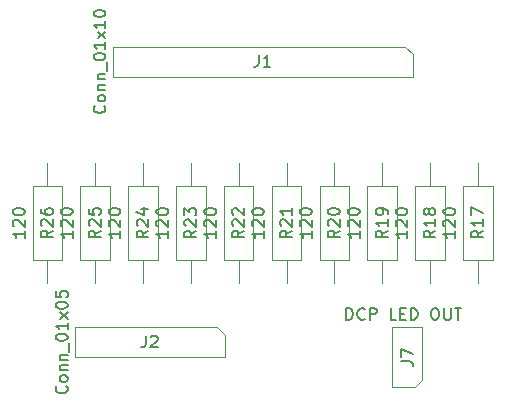
<source format=gbr>
%TF.GenerationSoftware,KiCad,Pcbnew,8.0.3*%
%TF.CreationDate,2024-07-19T22:27:02-04:00*%
%TF.ProjectId,DCPPowerBoard,44435050-6f77-4657-9242-6f6172642e6b,rev?*%
%TF.SameCoordinates,Original*%
%TF.FileFunction,AssemblyDrawing,Top*%
%FSLAX46Y46*%
G04 Gerber Fmt 4.6, Leading zero omitted, Abs format (unit mm)*
G04 Created by KiCad (PCBNEW 8.0.3) date 2024-07-19 22:27:02*
%MOMM*%
%LPD*%
G01*
G04 APERTURE LIST*
%ADD10C,0.150000*%
%ADD11C,0.100000*%
G04 APERTURE END LIST*
D10*
X104954819Y-59836666D02*
X104954819Y-60408094D01*
X104954819Y-60122380D02*
X103954819Y-60122380D01*
X103954819Y-60122380D02*
X104097676Y-60217618D01*
X104097676Y-60217618D02*
X104192914Y-60312856D01*
X104192914Y-60312856D02*
X104240533Y-60408094D01*
X104050057Y-59455713D02*
X104002438Y-59408094D01*
X104002438Y-59408094D02*
X103954819Y-59312856D01*
X103954819Y-59312856D02*
X103954819Y-59074761D01*
X103954819Y-59074761D02*
X104002438Y-58979523D01*
X104002438Y-58979523D02*
X104050057Y-58931904D01*
X104050057Y-58931904D02*
X104145295Y-58884285D01*
X104145295Y-58884285D02*
X104240533Y-58884285D01*
X104240533Y-58884285D02*
X104383390Y-58931904D01*
X104383390Y-58931904D02*
X104954819Y-59503332D01*
X104954819Y-59503332D02*
X104954819Y-58884285D01*
X103954819Y-58265237D02*
X103954819Y-58169999D01*
X103954819Y-58169999D02*
X104002438Y-58074761D01*
X104002438Y-58074761D02*
X104050057Y-58027142D01*
X104050057Y-58027142D02*
X104145295Y-57979523D01*
X104145295Y-57979523D02*
X104335771Y-57931904D01*
X104335771Y-57931904D02*
X104573866Y-57931904D01*
X104573866Y-57931904D02*
X104764342Y-57979523D01*
X104764342Y-57979523D02*
X104859580Y-58027142D01*
X104859580Y-58027142D02*
X104907200Y-58074761D01*
X104907200Y-58074761D02*
X104954819Y-58169999D01*
X104954819Y-58169999D02*
X104954819Y-58265237D01*
X104954819Y-58265237D02*
X104907200Y-58360475D01*
X104907200Y-58360475D02*
X104859580Y-58408094D01*
X104859580Y-58408094D02*
X104764342Y-58455713D01*
X104764342Y-58455713D02*
X104573866Y-58503332D01*
X104573866Y-58503332D02*
X104335771Y-58503332D01*
X104335771Y-58503332D02*
X104145295Y-58455713D01*
X104145295Y-58455713D02*
X104050057Y-58408094D01*
X104050057Y-58408094D02*
X104002438Y-58360475D01*
X104002438Y-58360475D02*
X103954819Y-58265237D01*
X107324819Y-59812857D02*
X106848628Y-60146190D01*
X107324819Y-60384285D02*
X106324819Y-60384285D01*
X106324819Y-60384285D02*
X106324819Y-60003333D01*
X106324819Y-60003333D02*
X106372438Y-59908095D01*
X106372438Y-59908095D02*
X106420057Y-59860476D01*
X106420057Y-59860476D02*
X106515295Y-59812857D01*
X106515295Y-59812857D02*
X106658152Y-59812857D01*
X106658152Y-59812857D02*
X106753390Y-59860476D01*
X106753390Y-59860476D02*
X106801009Y-59908095D01*
X106801009Y-59908095D02*
X106848628Y-60003333D01*
X106848628Y-60003333D02*
X106848628Y-60384285D01*
X107324819Y-58860476D02*
X107324819Y-59431904D01*
X107324819Y-59146190D02*
X106324819Y-59146190D01*
X106324819Y-59146190D02*
X106467676Y-59241428D01*
X106467676Y-59241428D02*
X106562914Y-59336666D01*
X106562914Y-59336666D02*
X106610533Y-59431904D01*
X106753390Y-58289047D02*
X106705771Y-58384285D01*
X106705771Y-58384285D02*
X106658152Y-58431904D01*
X106658152Y-58431904D02*
X106562914Y-58479523D01*
X106562914Y-58479523D02*
X106515295Y-58479523D01*
X106515295Y-58479523D02*
X106420057Y-58431904D01*
X106420057Y-58431904D02*
X106372438Y-58384285D01*
X106372438Y-58384285D02*
X106324819Y-58289047D01*
X106324819Y-58289047D02*
X106324819Y-58098571D01*
X106324819Y-58098571D02*
X106372438Y-58003333D01*
X106372438Y-58003333D02*
X106420057Y-57955714D01*
X106420057Y-57955714D02*
X106515295Y-57908095D01*
X106515295Y-57908095D02*
X106562914Y-57908095D01*
X106562914Y-57908095D02*
X106658152Y-57955714D01*
X106658152Y-57955714D02*
X106705771Y-58003333D01*
X106705771Y-58003333D02*
X106753390Y-58098571D01*
X106753390Y-58098571D02*
X106753390Y-58289047D01*
X106753390Y-58289047D02*
X106801009Y-58384285D01*
X106801009Y-58384285D02*
X106848628Y-58431904D01*
X106848628Y-58431904D02*
X106943866Y-58479523D01*
X106943866Y-58479523D02*
X107134342Y-58479523D01*
X107134342Y-58479523D02*
X107229580Y-58431904D01*
X107229580Y-58431904D02*
X107277200Y-58384285D01*
X107277200Y-58384285D02*
X107324819Y-58289047D01*
X107324819Y-58289047D02*
X107324819Y-58098571D01*
X107324819Y-58098571D02*
X107277200Y-58003333D01*
X107277200Y-58003333D02*
X107229580Y-57955714D01*
X107229580Y-57955714D02*
X107134342Y-57908095D01*
X107134342Y-57908095D02*
X106943866Y-57908095D01*
X106943866Y-57908095D02*
X106848628Y-57955714D01*
X106848628Y-57955714D02*
X106801009Y-58003333D01*
X106801009Y-58003333D02*
X106753390Y-58098571D01*
X96854819Y-59836666D02*
X96854819Y-60408094D01*
X96854819Y-60122380D02*
X95854819Y-60122380D01*
X95854819Y-60122380D02*
X95997676Y-60217618D01*
X95997676Y-60217618D02*
X96092914Y-60312856D01*
X96092914Y-60312856D02*
X96140533Y-60408094D01*
X95950057Y-59455713D02*
X95902438Y-59408094D01*
X95902438Y-59408094D02*
X95854819Y-59312856D01*
X95854819Y-59312856D02*
X95854819Y-59074761D01*
X95854819Y-59074761D02*
X95902438Y-58979523D01*
X95902438Y-58979523D02*
X95950057Y-58931904D01*
X95950057Y-58931904D02*
X96045295Y-58884285D01*
X96045295Y-58884285D02*
X96140533Y-58884285D01*
X96140533Y-58884285D02*
X96283390Y-58931904D01*
X96283390Y-58931904D02*
X96854819Y-59503332D01*
X96854819Y-59503332D02*
X96854819Y-58884285D01*
X95854819Y-58265237D02*
X95854819Y-58169999D01*
X95854819Y-58169999D02*
X95902438Y-58074761D01*
X95902438Y-58074761D02*
X95950057Y-58027142D01*
X95950057Y-58027142D02*
X96045295Y-57979523D01*
X96045295Y-57979523D02*
X96235771Y-57931904D01*
X96235771Y-57931904D02*
X96473866Y-57931904D01*
X96473866Y-57931904D02*
X96664342Y-57979523D01*
X96664342Y-57979523D02*
X96759580Y-58027142D01*
X96759580Y-58027142D02*
X96807200Y-58074761D01*
X96807200Y-58074761D02*
X96854819Y-58169999D01*
X96854819Y-58169999D02*
X96854819Y-58265237D01*
X96854819Y-58265237D02*
X96807200Y-58360475D01*
X96807200Y-58360475D02*
X96759580Y-58408094D01*
X96759580Y-58408094D02*
X96664342Y-58455713D01*
X96664342Y-58455713D02*
X96473866Y-58503332D01*
X96473866Y-58503332D02*
X96235771Y-58503332D01*
X96235771Y-58503332D02*
X96045295Y-58455713D01*
X96045295Y-58455713D02*
X95950057Y-58408094D01*
X95950057Y-58408094D02*
X95902438Y-58360475D01*
X95902438Y-58360475D02*
X95854819Y-58265237D01*
X99224819Y-59812857D02*
X98748628Y-60146190D01*
X99224819Y-60384285D02*
X98224819Y-60384285D01*
X98224819Y-60384285D02*
X98224819Y-60003333D01*
X98224819Y-60003333D02*
X98272438Y-59908095D01*
X98272438Y-59908095D02*
X98320057Y-59860476D01*
X98320057Y-59860476D02*
X98415295Y-59812857D01*
X98415295Y-59812857D02*
X98558152Y-59812857D01*
X98558152Y-59812857D02*
X98653390Y-59860476D01*
X98653390Y-59860476D02*
X98701009Y-59908095D01*
X98701009Y-59908095D02*
X98748628Y-60003333D01*
X98748628Y-60003333D02*
X98748628Y-60384285D01*
X98320057Y-59431904D02*
X98272438Y-59384285D01*
X98272438Y-59384285D02*
X98224819Y-59289047D01*
X98224819Y-59289047D02*
X98224819Y-59050952D01*
X98224819Y-59050952D02*
X98272438Y-58955714D01*
X98272438Y-58955714D02*
X98320057Y-58908095D01*
X98320057Y-58908095D02*
X98415295Y-58860476D01*
X98415295Y-58860476D02*
X98510533Y-58860476D01*
X98510533Y-58860476D02*
X98653390Y-58908095D01*
X98653390Y-58908095D02*
X99224819Y-59479523D01*
X99224819Y-59479523D02*
X99224819Y-58860476D01*
X98224819Y-58241428D02*
X98224819Y-58146190D01*
X98224819Y-58146190D02*
X98272438Y-58050952D01*
X98272438Y-58050952D02*
X98320057Y-58003333D01*
X98320057Y-58003333D02*
X98415295Y-57955714D01*
X98415295Y-57955714D02*
X98605771Y-57908095D01*
X98605771Y-57908095D02*
X98843866Y-57908095D01*
X98843866Y-57908095D02*
X99034342Y-57955714D01*
X99034342Y-57955714D02*
X99129580Y-58003333D01*
X99129580Y-58003333D02*
X99177200Y-58050952D01*
X99177200Y-58050952D02*
X99224819Y-58146190D01*
X99224819Y-58146190D02*
X99224819Y-58241428D01*
X99224819Y-58241428D02*
X99177200Y-58336666D01*
X99177200Y-58336666D02*
X99129580Y-58384285D01*
X99129580Y-58384285D02*
X99034342Y-58431904D01*
X99034342Y-58431904D02*
X98843866Y-58479523D01*
X98843866Y-58479523D02*
X98605771Y-58479523D01*
X98605771Y-58479523D02*
X98415295Y-58431904D01*
X98415295Y-58431904D02*
X98320057Y-58384285D01*
X98320057Y-58384285D02*
X98272438Y-58336666D01*
X98272438Y-58336666D02*
X98224819Y-58241428D01*
X99771862Y-67384819D02*
X99771862Y-66384819D01*
X99771862Y-66384819D02*
X100009957Y-66384819D01*
X100009957Y-66384819D02*
X100152814Y-66432438D01*
X100152814Y-66432438D02*
X100248052Y-66527676D01*
X100248052Y-66527676D02*
X100295671Y-66622914D01*
X100295671Y-66622914D02*
X100343290Y-66813390D01*
X100343290Y-66813390D02*
X100343290Y-66956247D01*
X100343290Y-66956247D02*
X100295671Y-67146723D01*
X100295671Y-67146723D02*
X100248052Y-67241961D01*
X100248052Y-67241961D02*
X100152814Y-67337200D01*
X100152814Y-67337200D02*
X100009957Y-67384819D01*
X100009957Y-67384819D02*
X99771862Y-67384819D01*
X101343290Y-67289580D02*
X101295671Y-67337200D01*
X101295671Y-67337200D02*
X101152814Y-67384819D01*
X101152814Y-67384819D02*
X101057576Y-67384819D01*
X101057576Y-67384819D02*
X100914719Y-67337200D01*
X100914719Y-67337200D02*
X100819481Y-67241961D01*
X100819481Y-67241961D02*
X100771862Y-67146723D01*
X100771862Y-67146723D02*
X100724243Y-66956247D01*
X100724243Y-66956247D02*
X100724243Y-66813390D01*
X100724243Y-66813390D02*
X100771862Y-66622914D01*
X100771862Y-66622914D02*
X100819481Y-66527676D01*
X100819481Y-66527676D02*
X100914719Y-66432438D01*
X100914719Y-66432438D02*
X101057576Y-66384819D01*
X101057576Y-66384819D02*
X101152814Y-66384819D01*
X101152814Y-66384819D02*
X101295671Y-66432438D01*
X101295671Y-66432438D02*
X101343290Y-66480057D01*
X101771862Y-67384819D02*
X101771862Y-66384819D01*
X101771862Y-66384819D02*
X102152814Y-66384819D01*
X102152814Y-66384819D02*
X102248052Y-66432438D01*
X102248052Y-66432438D02*
X102295671Y-66480057D01*
X102295671Y-66480057D02*
X102343290Y-66575295D01*
X102343290Y-66575295D02*
X102343290Y-66718152D01*
X102343290Y-66718152D02*
X102295671Y-66813390D01*
X102295671Y-66813390D02*
X102248052Y-66861009D01*
X102248052Y-66861009D02*
X102152814Y-66908628D01*
X102152814Y-66908628D02*
X101771862Y-66908628D01*
X104009957Y-67384819D02*
X103533767Y-67384819D01*
X103533767Y-67384819D02*
X103533767Y-66384819D01*
X104343291Y-66861009D02*
X104676624Y-66861009D01*
X104819481Y-67384819D02*
X104343291Y-67384819D01*
X104343291Y-67384819D02*
X104343291Y-66384819D01*
X104343291Y-66384819D02*
X104819481Y-66384819D01*
X105248053Y-67384819D02*
X105248053Y-66384819D01*
X105248053Y-66384819D02*
X105486148Y-66384819D01*
X105486148Y-66384819D02*
X105629005Y-66432438D01*
X105629005Y-66432438D02*
X105724243Y-66527676D01*
X105724243Y-66527676D02*
X105771862Y-66622914D01*
X105771862Y-66622914D02*
X105819481Y-66813390D01*
X105819481Y-66813390D02*
X105819481Y-66956247D01*
X105819481Y-66956247D02*
X105771862Y-67146723D01*
X105771862Y-67146723D02*
X105724243Y-67241961D01*
X105724243Y-67241961D02*
X105629005Y-67337200D01*
X105629005Y-67337200D02*
X105486148Y-67384819D01*
X105486148Y-67384819D02*
X105248053Y-67384819D01*
X107200434Y-66384819D02*
X107390910Y-66384819D01*
X107390910Y-66384819D02*
X107486148Y-66432438D01*
X107486148Y-66432438D02*
X107581386Y-66527676D01*
X107581386Y-66527676D02*
X107629005Y-66718152D01*
X107629005Y-66718152D02*
X107629005Y-67051485D01*
X107629005Y-67051485D02*
X107581386Y-67241961D01*
X107581386Y-67241961D02*
X107486148Y-67337200D01*
X107486148Y-67337200D02*
X107390910Y-67384819D01*
X107390910Y-67384819D02*
X107200434Y-67384819D01*
X107200434Y-67384819D02*
X107105196Y-67337200D01*
X107105196Y-67337200D02*
X107009958Y-67241961D01*
X107009958Y-67241961D02*
X106962339Y-67051485D01*
X106962339Y-67051485D02*
X106962339Y-66718152D01*
X106962339Y-66718152D02*
X107009958Y-66527676D01*
X107009958Y-66527676D02*
X107105196Y-66432438D01*
X107105196Y-66432438D02*
X107200434Y-66384819D01*
X108057577Y-66384819D02*
X108057577Y-67194342D01*
X108057577Y-67194342D02*
X108105196Y-67289580D01*
X108105196Y-67289580D02*
X108152815Y-67337200D01*
X108152815Y-67337200D02*
X108248053Y-67384819D01*
X108248053Y-67384819D02*
X108438529Y-67384819D01*
X108438529Y-67384819D02*
X108533767Y-67337200D01*
X108533767Y-67337200D02*
X108581386Y-67289580D01*
X108581386Y-67289580D02*
X108629005Y-67194342D01*
X108629005Y-67194342D02*
X108629005Y-66384819D01*
X108962339Y-66384819D02*
X109533767Y-66384819D01*
X109248053Y-67384819D02*
X109248053Y-66384819D01*
X104417158Y-70863333D02*
X105131443Y-70863333D01*
X105131443Y-70863333D02*
X105274300Y-70910952D01*
X105274300Y-70910952D02*
X105369539Y-71006190D01*
X105369539Y-71006190D02*
X105417158Y-71149047D01*
X105417158Y-71149047D02*
X105417158Y-71244285D01*
X104417158Y-70482380D02*
X104417158Y-69815714D01*
X104417158Y-69815714D02*
X105417158Y-70244285D01*
X76081919Y-72988095D02*
X76129539Y-73035714D01*
X76129539Y-73035714D02*
X76177158Y-73178571D01*
X76177158Y-73178571D02*
X76177158Y-73273809D01*
X76177158Y-73273809D02*
X76129539Y-73416666D01*
X76129539Y-73416666D02*
X76034300Y-73511904D01*
X76034300Y-73511904D02*
X75939062Y-73559523D01*
X75939062Y-73559523D02*
X75748586Y-73607142D01*
X75748586Y-73607142D02*
X75605729Y-73607142D01*
X75605729Y-73607142D02*
X75415253Y-73559523D01*
X75415253Y-73559523D02*
X75320015Y-73511904D01*
X75320015Y-73511904D02*
X75224777Y-73416666D01*
X75224777Y-73416666D02*
X75177158Y-73273809D01*
X75177158Y-73273809D02*
X75177158Y-73178571D01*
X75177158Y-73178571D02*
X75224777Y-73035714D01*
X75224777Y-73035714D02*
X75272396Y-72988095D01*
X76177158Y-72416666D02*
X76129539Y-72511904D01*
X76129539Y-72511904D02*
X76081919Y-72559523D01*
X76081919Y-72559523D02*
X75986681Y-72607142D01*
X75986681Y-72607142D02*
X75700967Y-72607142D01*
X75700967Y-72607142D02*
X75605729Y-72559523D01*
X75605729Y-72559523D02*
X75558110Y-72511904D01*
X75558110Y-72511904D02*
X75510491Y-72416666D01*
X75510491Y-72416666D02*
X75510491Y-72273809D01*
X75510491Y-72273809D02*
X75558110Y-72178571D01*
X75558110Y-72178571D02*
X75605729Y-72130952D01*
X75605729Y-72130952D02*
X75700967Y-72083333D01*
X75700967Y-72083333D02*
X75986681Y-72083333D01*
X75986681Y-72083333D02*
X76081919Y-72130952D01*
X76081919Y-72130952D02*
X76129539Y-72178571D01*
X76129539Y-72178571D02*
X76177158Y-72273809D01*
X76177158Y-72273809D02*
X76177158Y-72416666D01*
X75510491Y-71654761D02*
X76177158Y-71654761D01*
X75605729Y-71654761D02*
X75558110Y-71607142D01*
X75558110Y-71607142D02*
X75510491Y-71511904D01*
X75510491Y-71511904D02*
X75510491Y-71369047D01*
X75510491Y-71369047D02*
X75558110Y-71273809D01*
X75558110Y-71273809D02*
X75653348Y-71226190D01*
X75653348Y-71226190D02*
X76177158Y-71226190D01*
X75510491Y-70749999D02*
X76177158Y-70749999D01*
X75605729Y-70749999D02*
X75558110Y-70702380D01*
X75558110Y-70702380D02*
X75510491Y-70607142D01*
X75510491Y-70607142D02*
X75510491Y-70464285D01*
X75510491Y-70464285D02*
X75558110Y-70369047D01*
X75558110Y-70369047D02*
X75653348Y-70321428D01*
X75653348Y-70321428D02*
X76177158Y-70321428D01*
X76272396Y-70083333D02*
X76272396Y-69321428D01*
X75177158Y-68892856D02*
X75177158Y-68797618D01*
X75177158Y-68797618D02*
X75224777Y-68702380D01*
X75224777Y-68702380D02*
X75272396Y-68654761D01*
X75272396Y-68654761D02*
X75367634Y-68607142D01*
X75367634Y-68607142D02*
X75558110Y-68559523D01*
X75558110Y-68559523D02*
X75796205Y-68559523D01*
X75796205Y-68559523D02*
X75986681Y-68607142D01*
X75986681Y-68607142D02*
X76081919Y-68654761D01*
X76081919Y-68654761D02*
X76129539Y-68702380D01*
X76129539Y-68702380D02*
X76177158Y-68797618D01*
X76177158Y-68797618D02*
X76177158Y-68892856D01*
X76177158Y-68892856D02*
X76129539Y-68988094D01*
X76129539Y-68988094D02*
X76081919Y-69035713D01*
X76081919Y-69035713D02*
X75986681Y-69083332D01*
X75986681Y-69083332D02*
X75796205Y-69130951D01*
X75796205Y-69130951D02*
X75558110Y-69130951D01*
X75558110Y-69130951D02*
X75367634Y-69083332D01*
X75367634Y-69083332D02*
X75272396Y-69035713D01*
X75272396Y-69035713D02*
X75224777Y-68988094D01*
X75224777Y-68988094D02*
X75177158Y-68892856D01*
X76177158Y-67607142D02*
X76177158Y-68178570D01*
X76177158Y-67892856D02*
X75177158Y-67892856D01*
X75177158Y-67892856D02*
X75320015Y-67988094D01*
X75320015Y-67988094D02*
X75415253Y-68083332D01*
X75415253Y-68083332D02*
X75462872Y-68178570D01*
X76177158Y-67273808D02*
X75510491Y-66749999D01*
X75510491Y-67273808D02*
X76177158Y-66749999D01*
X75177158Y-66178570D02*
X75177158Y-66083332D01*
X75177158Y-66083332D02*
X75224777Y-65988094D01*
X75224777Y-65988094D02*
X75272396Y-65940475D01*
X75272396Y-65940475D02*
X75367634Y-65892856D01*
X75367634Y-65892856D02*
X75558110Y-65845237D01*
X75558110Y-65845237D02*
X75796205Y-65845237D01*
X75796205Y-65845237D02*
X75986681Y-65892856D01*
X75986681Y-65892856D02*
X76081919Y-65940475D01*
X76081919Y-65940475D02*
X76129539Y-65988094D01*
X76129539Y-65988094D02*
X76177158Y-66083332D01*
X76177158Y-66083332D02*
X76177158Y-66178570D01*
X76177158Y-66178570D02*
X76129539Y-66273808D01*
X76129539Y-66273808D02*
X76081919Y-66321427D01*
X76081919Y-66321427D02*
X75986681Y-66369046D01*
X75986681Y-66369046D02*
X75796205Y-66416665D01*
X75796205Y-66416665D02*
X75558110Y-66416665D01*
X75558110Y-66416665D02*
X75367634Y-66369046D01*
X75367634Y-66369046D02*
X75272396Y-66321427D01*
X75272396Y-66321427D02*
X75224777Y-66273808D01*
X75224777Y-66273808D02*
X75177158Y-66178570D01*
X75177158Y-64940475D02*
X75177158Y-65416665D01*
X75177158Y-65416665D02*
X75653348Y-65464284D01*
X75653348Y-65464284D02*
X75605729Y-65416665D01*
X75605729Y-65416665D02*
X75558110Y-65321427D01*
X75558110Y-65321427D02*
X75558110Y-65083332D01*
X75558110Y-65083332D02*
X75605729Y-64988094D01*
X75605729Y-64988094D02*
X75653348Y-64940475D01*
X75653348Y-64940475D02*
X75748586Y-64892856D01*
X75748586Y-64892856D02*
X75986681Y-64892856D01*
X75986681Y-64892856D02*
X76081919Y-64940475D01*
X76081919Y-64940475D02*
X76129539Y-64988094D01*
X76129539Y-64988094D02*
X76177158Y-65083332D01*
X76177158Y-65083332D02*
X76177158Y-65321427D01*
X76177158Y-65321427D02*
X76129539Y-65416665D01*
X76129539Y-65416665D02*
X76081919Y-65464284D01*
X82799005Y-68704819D02*
X82799005Y-69419104D01*
X82799005Y-69419104D02*
X82751386Y-69561961D01*
X82751386Y-69561961D02*
X82656148Y-69657200D01*
X82656148Y-69657200D02*
X82513291Y-69704819D01*
X82513291Y-69704819D02*
X82418053Y-69704819D01*
X83227577Y-68800057D02*
X83275196Y-68752438D01*
X83275196Y-68752438D02*
X83370434Y-68704819D01*
X83370434Y-68704819D02*
X83608529Y-68704819D01*
X83608529Y-68704819D02*
X83703767Y-68752438D01*
X83703767Y-68752438D02*
X83751386Y-68800057D01*
X83751386Y-68800057D02*
X83799005Y-68895295D01*
X83799005Y-68895295D02*
X83799005Y-68990533D01*
X83799005Y-68990533D02*
X83751386Y-69133390D01*
X83751386Y-69133390D02*
X83179958Y-69704819D01*
X83179958Y-69704819D02*
X83799005Y-69704819D01*
X79289580Y-49238095D02*
X79337200Y-49285714D01*
X79337200Y-49285714D02*
X79384819Y-49428571D01*
X79384819Y-49428571D02*
X79384819Y-49523809D01*
X79384819Y-49523809D02*
X79337200Y-49666666D01*
X79337200Y-49666666D02*
X79241961Y-49761904D01*
X79241961Y-49761904D02*
X79146723Y-49809523D01*
X79146723Y-49809523D02*
X78956247Y-49857142D01*
X78956247Y-49857142D02*
X78813390Y-49857142D01*
X78813390Y-49857142D02*
X78622914Y-49809523D01*
X78622914Y-49809523D02*
X78527676Y-49761904D01*
X78527676Y-49761904D02*
X78432438Y-49666666D01*
X78432438Y-49666666D02*
X78384819Y-49523809D01*
X78384819Y-49523809D02*
X78384819Y-49428571D01*
X78384819Y-49428571D02*
X78432438Y-49285714D01*
X78432438Y-49285714D02*
X78480057Y-49238095D01*
X79384819Y-48666666D02*
X79337200Y-48761904D01*
X79337200Y-48761904D02*
X79289580Y-48809523D01*
X79289580Y-48809523D02*
X79194342Y-48857142D01*
X79194342Y-48857142D02*
X78908628Y-48857142D01*
X78908628Y-48857142D02*
X78813390Y-48809523D01*
X78813390Y-48809523D02*
X78765771Y-48761904D01*
X78765771Y-48761904D02*
X78718152Y-48666666D01*
X78718152Y-48666666D02*
X78718152Y-48523809D01*
X78718152Y-48523809D02*
X78765771Y-48428571D01*
X78765771Y-48428571D02*
X78813390Y-48380952D01*
X78813390Y-48380952D02*
X78908628Y-48333333D01*
X78908628Y-48333333D02*
X79194342Y-48333333D01*
X79194342Y-48333333D02*
X79289580Y-48380952D01*
X79289580Y-48380952D02*
X79337200Y-48428571D01*
X79337200Y-48428571D02*
X79384819Y-48523809D01*
X79384819Y-48523809D02*
X79384819Y-48666666D01*
X78718152Y-47904761D02*
X79384819Y-47904761D01*
X78813390Y-47904761D02*
X78765771Y-47857142D01*
X78765771Y-47857142D02*
X78718152Y-47761904D01*
X78718152Y-47761904D02*
X78718152Y-47619047D01*
X78718152Y-47619047D02*
X78765771Y-47523809D01*
X78765771Y-47523809D02*
X78861009Y-47476190D01*
X78861009Y-47476190D02*
X79384819Y-47476190D01*
X78718152Y-46999999D02*
X79384819Y-46999999D01*
X78813390Y-46999999D02*
X78765771Y-46952380D01*
X78765771Y-46952380D02*
X78718152Y-46857142D01*
X78718152Y-46857142D02*
X78718152Y-46714285D01*
X78718152Y-46714285D02*
X78765771Y-46619047D01*
X78765771Y-46619047D02*
X78861009Y-46571428D01*
X78861009Y-46571428D02*
X79384819Y-46571428D01*
X79480057Y-46333333D02*
X79480057Y-45571428D01*
X78384819Y-45142856D02*
X78384819Y-45047618D01*
X78384819Y-45047618D02*
X78432438Y-44952380D01*
X78432438Y-44952380D02*
X78480057Y-44904761D01*
X78480057Y-44904761D02*
X78575295Y-44857142D01*
X78575295Y-44857142D02*
X78765771Y-44809523D01*
X78765771Y-44809523D02*
X79003866Y-44809523D01*
X79003866Y-44809523D02*
X79194342Y-44857142D01*
X79194342Y-44857142D02*
X79289580Y-44904761D01*
X79289580Y-44904761D02*
X79337200Y-44952380D01*
X79337200Y-44952380D02*
X79384819Y-45047618D01*
X79384819Y-45047618D02*
X79384819Y-45142856D01*
X79384819Y-45142856D02*
X79337200Y-45238094D01*
X79337200Y-45238094D02*
X79289580Y-45285713D01*
X79289580Y-45285713D02*
X79194342Y-45333332D01*
X79194342Y-45333332D02*
X79003866Y-45380951D01*
X79003866Y-45380951D02*
X78765771Y-45380951D01*
X78765771Y-45380951D02*
X78575295Y-45333332D01*
X78575295Y-45333332D02*
X78480057Y-45285713D01*
X78480057Y-45285713D02*
X78432438Y-45238094D01*
X78432438Y-45238094D02*
X78384819Y-45142856D01*
X79384819Y-43857142D02*
X79384819Y-44428570D01*
X79384819Y-44142856D02*
X78384819Y-44142856D01*
X78384819Y-44142856D02*
X78527676Y-44238094D01*
X78527676Y-44238094D02*
X78622914Y-44333332D01*
X78622914Y-44333332D02*
X78670533Y-44428570D01*
X79384819Y-43523808D02*
X78718152Y-42999999D01*
X78718152Y-43523808D02*
X79384819Y-42999999D01*
X79384819Y-42095237D02*
X79384819Y-42666665D01*
X79384819Y-42380951D02*
X78384819Y-42380951D01*
X78384819Y-42380951D02*
X78527676Y-42476189D01*
X78527676Y-42476189D02*
X78622914Y-42571427D01*
X78622914Y-42571427D02*
X78670533Y-42666665D01*
X78384819Y-41476189D02*
X78384819Y-41380951D01*
X78384819Y-41380951D02*
X78432438Y-41285713D01*
X78432438Y-41285713D02*
X78480057Y-41238094D01*
X78480057Y-41238094D02*
X78575295Y-41190475D01*
X78575295Y-41190475D02*
X78765771Y-41142856D01*
X78765771Y-41142856D02*
X79003866Y-41142856D01*
X79003866Y-41142856D02*
X79194342Y-41190475D01*
X79194342Y-41190475D02*
X79289580Y-41238094D01*
X79289580Y-41238094D02*
X79337200Y-41285713D01*
X79337200Y-41285713D02*
X79384819Y-41380951D01*
X79384819Y-41380951D02*
X79384819Y-41476189D01*
X79384819Y-41476189D02*
X79337200Y-41571427D01*
X79337200Y-41571427D02*
X79289580Y-41619046D01*
X79289580Y-41619046D02*
X79194342Y-41666665D01*
X79194342Y-41666665D02*
X79003866Y-41714284D01*
X79003866Y-41714284D02*
X78765771Y-41714284D01*
X78765771Y-41714284D02*
X78575295Y-41666665D01*
X78575295Y-41666665D02*
X78480057Y-41619046D01*
X78480057Y-41619046D02*
X78432438Y-41571427D01*
X78432438Y-41571427D02*
X78384819Y-41476189D01*
X92356666Y-44954819D02*
X92356666Y-45669104D01*
X92356666Y-45669104D02*
X92309047Y-45811961D01*
X92309047Y-45811961D02*
X92213809Y-45907200D01*
X92213809Y-45907200D02*
X92070952Y-45954819D01*
X92070952Y-45954819D02*
X91975714Y-45954819D01*
X93356666Y-45954819D02*
X92785238Y-45954819D01*
X93070952Y-45954819D02*
X93070952Y-44954819D01*
X93070952Y-44954819D02*
X92975714Y-45097676D01*
X92975714Y-45097676D02*
X92880476Y-45192914D01*
X92880476Y-45192914D02*
X92785238Y-45240533D01*
X92804819Y-59836666D02*
X92804819Y-60408094D01*
X92804819Y-60122380D02*
X91804819Y-60122380D01*
X91804819Y-60122380D02*
X91947676Y-60217618D01*
X91947676Y-60217618D02*
X92042914Y-60312856D01*
X92042914Y-60312856D02*
X92090533Y-60408094D01*
X91900057Y-59455713D02*
X91852438Y-59408094D01*
X91852438Y-59408094D02*
X91804819Y-59312856D01*
X91804819Y-59312856D02*
X91804819Y-59074761D01*
X91804819Y-59074761D02*
X91852438Y-58979523D01*
X91852438Y-58979523D02*
X91900057Y-58931904D01*
X91900057Y-58931904D02*
X91995295Y-58884285D01*
X91995295Y-58884285D02*
X92090533Y-58884285D01*
X92090533Y-58884285D02*
X92233390Y-58931904D01*
X92233390Y-58931904D02*
X92804819Y-59503332D01*
X92804819Y-59503332D02*
X92804819Y-58884285D01*
X91804819Y-58265237D02*
X91804819Y-58169999D01*
X91804819Y-58169999D02*
X91852438Y-58074761D01*
X91852438Y-58074761D02*
X91900057Y-58027142D01*
X91900057Y-58027142D02*
X91995295Y-57979523D01*
X91995295Y-57979523D02*
X92185771Y-57931904D01*
X92185771Y-57931904D02*
X92423866Y-57931904D01*
X92423866Y-57931904D02*
X92614342Y-57979523D01*
X92614342Y-57979523D02*
X92709580Y-58027142D01*
X92709580Y-58027142D02*
X92757200Y-58074761D01*
X92757200Y-58074761D02*
X92804819Y-58169999D01*
X92804819Y-58169999D02*
X92804819Y-58265237D01*
X92804819Y-58265237D02*
X92757200Y-58360475D01*
X92757200Y-58360475D02*
X92709580Y-58408094D01*
X92709580Y-58408094D02*
X92614342Y-58455713D01*
X92614342Y-58455713D02*
X92423866Y-58503332D01*
X92423866Y-58503332D02*
X92185771Y-58503332D01*
X92185771Y-58503332D02*
X91995295Y-58455713D01*
X91995295Y-58455713D02*
X91900057Y-58408094D01*
X91900057Y-58408094D02*
X91852438Y-58360475D01*
X91852438Y-58360475D02*
X91804819Y-58265237D01*
X95174819Y-59812857D02*
X94698628Y-60146190D01*
X95174819Y-60384285D02*
X94174819Y-60384285D01*
X94174819Y-60384285D02*
X94174819Y-60003333D01*
X94174819Y-60003333D02*
X94222438Y-59908095D01*
X94222438Y-59908095D02*
X94270057Y-59860476D01*
X94270057Y-59860476D02*
X94365295Y-59812857D01*
X94365295Y-59812857D02*
X94508152Y-59812857D01*
X94508152Y-59812857D02*
X94603390Y-59860476D01*
X94603390Y-59860476D02*
X94651009Y-59908095D01*
X94651009Y-59908095D02*
X94698628Y-60003333D01*
X94698628Y-60003333D02*
X94698628Y-60384285D01*
X94270057Y-59431904D02*
X94222438Y-59384285D01*
X94222438Y-59384285D02*
X94174819Y-59289047D01*
X94174819Y-59289047D02*
X94174819Y-59050952D01*
X94174819Y-59050952D02*
X94222438Y-58955714D01*
X94222438Y-58955714D02*
X94270057Y-58908095D01*
X94270057Y-58908095D02*
X94365295Y-58860476D01*
X94365295Y-58860476D02*
X94460533Y-58860476D01*
X94460533Y-58860476D02*
X94603390Y-58908095D01*
X94603390Y-58908095D02*
X95174819Y-59479523D01*
X95174819Y-59479523D02*
X95174819Y-58860476D01*
X95174819Y-57908095D02*
X95174819Y-58479523D01*
X95174819Y-58193809D02*
X94174819Y-58193809D01*
X94174819Y-58193809D02*
X94317676Y-58289047D01*
X94317676Y-58289047D02*
X94412914Y-58384285D01*
X94412914Y-58384285D02*
X94460533Y-58479523D01*
X88754819Y-59836666D02*
X88754819Y-60408094D01*
X88754819Y-60122380D02*
X87754819Y-60122380D01*
X87754819Y-60122380D02*
X87897676Y-60217618D01*
X87897676Y-60217618D02*
X87992914Y-60312856D01*
X87992914Y-60312856D02*
X88040533Y-60408094D01*
X87850057Y-59455713D02*
X87802438Y-59408094D01*
X87802438Y-59408094D02*
X87754819Y-59312856D01*
X87754819Y-59312856D02*
X87754819Y-59074761D01*
X87754819Y-59074761D02*
X87802438Y-58979523D01*
X87802438Y-58979523D02*
X87850057Y-58931904D01*
X87850057Y-58931904D02*
X87945295Y-58884285D01*
X87945295Y-58884285D02*
X88040533Y-58884285D01*
X88040533Y-58884285D02*
X88183390Y-58931904D01*
X88183390Y-58931904D02*
X88754819Y-59503332D01*
X88754819Y-59503332D02*
X88754819Y-58884285D01*
X87754819Y-58265237D02*
X87754819Y-58169999D01*
X87754819Y-58169999D02*
X87802438Y-58074761D01*
X87802438Y-58074761D02*
X87850057Y-58027142D01*
X87850057Y-58027142D02*
X87945295Y-57979523D01*
X87945295Y-57979523D02*
X88135771Y-57931904D01*
X88135771Y-57931904D02*
X88373866Y-57931904D01*
X88373866Y-57931904D02*
X88564342Y-57979523D01*
X88564342Y-57979523D02*
X88659580Y-58027142D01*
X88659580Y-58027142D02*
X88707200Y-58074761D01*
X88707200Y-58074761D02*
X88754819Y-58169999D01*
X88754819Y-58169999D02*
X88754819Y-58265237D01*
X88754819Y-58265237D02*
X88707200Y-58360475D01*
X88707200Y-58360475D02*
X88659580Y-58408094D01*
X88659580Y-58408094D02*
X88564342Y-58455713D01*
X88564342Y-58455713D02*
X88373866Y-58503332D01*
X88373866Y-58503332D02*
X88135771Y-58503332D01*
X88135771Y-58503332D02*
X87945295Y-58455713D01*
X87945295Y-58455713D02*
X87850057Y-58408094D01*
X87850057Y-58408094D02*
X87802438Y-58360475D01*
X87802438Y-58360475D02*
X87754819Y-58265237D01*
X91124819Y-59812857D02*
X90648628Y-60146190D01*
X91124819Y-60384285D02*
X90124819Y-60384285D01*
X90124819Y-60384285D02*
X90124819Y-60003333D01*
X90124819Y-60003333D02*
X90172438Y-59908095D01*
X90172438Y-59908095D02*
X90220057Y-59860476D01*
X90220057Y-59860476D02*
X90315295Y-59812857D01*
X90315295Y-59812857D02*
X90458152Y-59812857D01*
X90458152Y-59812857D02*
X90553390Y-59860476D01*
X90553390Y-59860476D02*
X90601009Y-59908095D01*
X90601009Y-59908095D02*
X90648628Y-60003333D01*
X90648628Y-60003333D02*
X90648628Y-60384285D01*
X90220057Y-59431904D02*
X90172438Y-59384285D01*
X90172438Y-59384285D02*
X90124819Y-59289047D01*
X90124819Y-59289047D02*
X90124819Y-59050952D01*
X90124819Y-59050952D02*
X90172438Y-58955714D01*
X90172438Y-58955714D02*
X90220057Y-58908095D01*
X90220057Y-58908095D02*
X90315295Y-58860476D01*
X90315295Y-58860476D02*
X90410533Y-58860476D01*
X90410533Y-58860476D02*
X90553390Y-58908095D01*
X90553390Y-58908095D02*
X91124819Y-59479523D01*
X91124819Y-59479523D02*
X91124819Y-58860476D01*
X90220057Y-58479523D02*
X90172438Y-58431904D01*
X90172438Y-58431904D02*
X90124819Y-58336666D01*
X90124819Y-58336666D02*
X90124819Y-58098571D01*
X90124819Y-58098571D02*
X90172438Y-58003333D01*
X90172438Y-58003333D02*
X90220057Y-57955714D01*
X90220057Y-57955714D02*
X90315295Y-57908095D01*
X90315295Y-57908095D02*
X90410533Y-57908095D01*
X90410533Y-57908095D02*
X90553390Y-57955714D01*
X90553390Y-57955714D02*
X91124819Y-58527142D01*
X91124819Y-58527142D02*
X91124819Y-57908095D01*
X72554819Y-59836666D02*
X72554819Y-60408094D01*
X72554819Y-60122380D02*
X71554819Y-60122380D01*
X71554819Y-60122380D02*
X71697676Y-60217618D01*
X71697676Y-60217618D02*
X71792914Y-60312856D01*
X71792914Y-60312856D02*
X71840533Y-60408094D01*
X71650057Y-59455713D02*
X71602438Y-59408094D01*
X71602438Y-59408094D02*
X71554819Y-59312856D01*
X71554819Y-59312856D02*
X71554819Y-59074761D01*
X71554819Y-59074761D02*
X71602438Y-58979523D01*
X71602438Y-58979523D02*
X71650057Y-58931904D01*
X71650057Y-58931904D02*
X71745295Y-58884285D01*
X71745295Y-58884285D02*
X71840533Y-58884285D01*
X71840533Y-58884285D02*
X71983390Y-58931904D01*
X71983390Y-58931904D02*
X72554819Y-59503332D01*
X72554819Y-59503332D02*
X72554819Y-58884285D01*
X71554819Y-58265237D02*
X71554819Y-58169999D01*
X71554819Y-58169999D02*
X71602438Y-58074761D01*
X71602438Y-58074761D02*
X71650057Y-58027142D01*
X71650057Y-58027142D02*
X71745295Y-57979523D01*
X71745295Y-57979523D02*
X71935771Y-57931904D01*
X71935771Y-57931904D02*
X72173866Y-57931904D01*
X72173866Y-57931904D02*
X72364342Y-57979523D01*
X72364342Y-57979523D02*
X72459580Y-58027142D01*
X72459580Y-58027142D02*
X72507200Y-58074761D01*
X72507200Y-58074761D02*
X72554819Y-58169999D01*
X72554819Y-58169999D02*
X72554819Y-58265237D01*
X72554819Y-58265237D02*
X72507200Y-58360475D01*
X72507200Y-58360475D02*
X72459580Y-58408094D01*
X72459580Y-58408094D02*
X72364342Y-58455713D01*
X72364342Y-58455713D02*
X72173866Y-58503332D01*
X72173866Y-58503332D02*
X71935771Y-58503332D01*
X71935771Y-58503332D02*
X71745295Y-58455713D01*
X71745295Y-58455713D02*
X71650057Y-58408094D01*
X71650057Y-58408094D02*
X71602438Y-58360475D01*
X71602438Y-58360475D02*
X71554819Y-58265237D01*
X74924819Y-59812857D02*
X74448628Y-60146190D01*
X74924819Y-60384285D02*
X73924819Y-60384285D01*
X73924819Y-60384285D02*
X73924819Y-60003333D01*
X73924819Y-60003333D02*
X73972438Y-59908095D01*
X73972438Y-59908095D02*
X74020057Y-59860476D01*
X74020057Y-59860476D02*
X74115295Y-59812857D01*
X74115295Y-59812857D02*
X74258152Y-59812857D01*
X74258152Y-59812857D02*
X74353390Y-59860476D01*
X74353390Y-59860476D02*
X74401009Y-59908095D01*
X74401009Y-59908095D02*
X74448628Y-60003333D01*
X74448628Y-60003333D02*
X74448628Y-60384285D01*
X74020057Y-59431904D02*
X73972438Y-59384285D01*
X73972438Y-59384285D02*
X73924819Y-59289047D01*
X73924819Y-59289047D02*
X73924819Y-59050952D01*
X73924819Y-59050952D02*
X73972438Y-58955714D01*
X73972438Y-58955714D02*
X74020057Y-58908095D01*
X74020057Y-58908095D02*
X74115295Y-58860476D01*
X74115295Y-58860476D02*
X74210533Y-58860476D01*
X74210533Y-58860476D02*
X74353390Y-58908095D01*
X74353390Y-58908095D02*
X74924819Y-59479523D01*
X74924819Y-59479523D02*
X74924819Y-58860476D01*
X73924819Y-58003333D02*
X73924819Y-58193809D01*
X73924819Y-58193809D02*
X73972438Y-58289047D01*
X73972438Y-58289047D02*
X74020057Y-58336666D01*
X74020057Y-58336666D02*
X74162914Y-58431904D01*
X74162914Y-58431904D02*
X74353390Y-58479523D01*
X74353390Y-58479523D02*
X74734342Y-58479523D01*
X74734342Y-58479523D02*
X74829580Y-58431904D01*
X74829580Y-58431904D02*
X74877200Y-58384285D01*
X74877200Y-58384285D02*
X74924819Y-58289047D01*
X74924819Y-58289047D02*
X74924819Y-58098571D01*
X74924819Y-58098571D02*
X74877200Y-58003333D01*
X74877200Y-58003333D02*
X74829580Y-57955714D01*
X74829580Y-57955714D02*
X74734342Y-57908095D01*
X74734342Y-57908095D02*
X74496247Y-57908095D01*
X74496247Y-57908095D02*
X74401009Y-57955714D01*
X74401009Y-57955714D02*
X74353390Y-58003333D01*
X74353390Y-58003333D02*
X74305771Y-58098571D01*
X74305771Y-58098571D02*
X74305771Y-58289047D01*
X74305771Y-58289047D02*
X74353390Y-58384285D01*
X74353390Y-58384285D02*
X74401009Y-58431904D01*
X74401009Y-58431904D02*
X74496247Y-58479523D01*
X109004819Y-59836666D02*
X109004819Y-60408094D01*
X109004819Y-60122380D02*
X108004819Y-60122380D01*
X108004819Y-60122380D02*
X108147676Y-60217618D01*
X108147676Y-60217618D02*
X108242914Y-60312856D01*
X108242914Y-60312856D02*
X108290533Y-60408094D01*
X108100057Y-59455713D02*
X108052438Y-59408094D01*
X108052438Y-59408094D02*
X108004819Y-59312856D01*
X108004819Y-59312856D02*
X108004819Y-59074761D01*
X108004819Y-59074761D02*
X108052438Y-58979523D01*
X108052438Y-58979523D02*
X108100057Y-58931904D01*
X108100057Y-58931904D02*
X108195295Y-58884285D01*
X108195295Y-58884285D02*
X108290533Y-58884285D01*
X108290533Y-58884285D02*
X108433390Y-58931904D01*
X108433390Y-58931904D02*
X109004819Y-59503332D01*
X109004819Y-59503332D02*
X109004819Y-58884285D01*
X108004819Y-58265237D02*
X108004819Y-58169999D01*
X108004819Y-58169999D02*
X108052438Y-58074761D01*
X108052438Y-58074761D02*
X108100057Y-58027142D01*
X108100057Y-58027142D02*
X108195295Y-57979523D01*
X108195295Y-57979523D02*
X108385771Y-57931904D01*
X108385771Y-57931904D02*
X108623866Y-57931904D01*
X108623866Y-57931904D02*
X108814342Y-57979523D01*
X108814342Y-57979523D02*
X108909580Y-58027142D01*
X108909580Y-58027142D02*
X108957200Y-58074761D01*
X108957200Y-58074761D02*
X109004819Y-58169999D01*
X109004819Y-58169999D02*
X109004819Y-58265237D01*
X109004819Y-58265237D02*
X108957200Y-58360475D01*
X108957200Y-58360475D02*
X108909580Y-58408094D01*
X108909580Y-58408094D02*
X108814342Y-58455713D01*
X108814342Y-58455713D02*
X108623866Y-58503332D01*
X108623866Y-58503332D02*
X108385771Y-58503332D01*
X108385771Y-58503332D02*
X108195295Y-58455713D01*
X108195295Y-58455713D02*
X108100057Y-58408094D01*
X108100057Y-58408094D02*
X108052438Y-58360475D01*
X108052438Y-58360475D02*
X108004819Y-58265237D01*
X111374819Y-59812857D02*
X110898628Y-60146190D01*
X111374819Y-60384285D02*
X110374819Y-60384285D01*
X110374819Y-60384285D02*
X110374819Y-60003333D01*
X110374819Y-60003333D02*
X110422438Y-59908095D01*
X110422438Y-59908095D02*
X110470057Y-59860476D01*
X110470057Y-59860476D02*
X110565295Y-59812857D01*
X110565295Y-59812857D02*
X110708152Y-59812857D01*
X110708152Y-59812857D02*
X110803390Y-59860476D01*
X110803390Y-59860476D02*
X110851009Y-59908095D01*
X110851009Y-59908095D02*
X110898628Y-60003333D01*
X110898628Y-60003333D02*
X110898628Y-60384285D01*
X111374819Y-58860476D02*
X111374819Y-59431904D01*
X111374819Y-59146190D02*
X110374819Y-59146190D01*
X110374819Y-59146190D02*
X110517676Y-59241428D01*
X110517676Y-59241428D02*
X110612914Y-59336666D01*
X110612914Y-59336666D02*
X110660533Y-59431904D01*
X110374819Y-58527142D02*
X110374819Y-57860476D01*
X110374819Y-57860476D02*
X111374819Y-58289047D01*
X80654819Y-59836666D02*
X80654819Y-60408094D01*
X80654819Y-60122380D02*
X79654819Y-60122380D01*
X79654819Y-60122380D02*
X79797676Y-60217618D01*
X79797676Y-60217618D02*
X79892914Y-60312856D01*
X79892914Y-60312856D02*
X79940533Y-60408094D01*
X79750057Y-59455713D02*
X79702438Y-59408094D01*
X79702438Y-59408094D02*
X79654819Y-59312856D01*
X79654819Y-59312856D02*
X79654819Y-59074761D01*
X79654819Y-59074761D02*
X79702438Y-58979523D01*
X79702438Y-58979523D02*
X79750057Y-58931904D01*
X79750057Y-58931904D02*
X79845295Y-58884285D01*
X79845295Y-58884285D02*
X79940533Y-58884285D01*
X79940533Y-58884285D02*
X80083390Y-58931904D01*
X80083390Y-58931904D02*
X80654819Y-59503332D01*
X80654819Y-59503332D02*
X80654819Y-58884285D01*
X79654819Y-58265237D02*
X79654819Y-58169999D01*
X79654819Y-58169999D02*
X79702438Y-58074761D01*
X79702438Y-58074761D02*
X79750057Y-58027142D01*
X79750057Y-58027142D02*
X79845295Y-57979523D01*
X79845295Y-57979523D02*
X80035771Y-57931904D01*
X80035771Y-57931904D02*
X80273866Y-57931904D01*
X80273866Y-57931904D02*
X80464342Y-57979523D01*
X80464342Y-57979523D02*
X80559580Y-58027142D01*
X80559580Y-58027142D02*
X80607200Y-58074761D01*
X80607200Y-58074761D02*
X80654819Y-58169999D01*
X80654819Y-58169999D02*
X80654819Y-58265237D01*
X80654819Y-58265237D02*
X80607200Y-58360475D01*
X80607200Y-58360475D02*
X80559580Y-58408094D01*
X80559580Y-58408094D02*
X80464342Y-58455713D01*
X80464342Y-58455713D02*
X80273866Y-58503332D01*
X80273866Y-58503332D02*
X80035771Y-58503332D01*
X80035771Y-58503332D02*
X79845295Y-58455713D01*
X79845295Y-58455713D02*
X79750057Y-58408094D01*
X79750057Y-58408094D02*
X79702438Y-58360475D01*
X79702438Y-58360475D02*
X79654819Y-58265237D01*
X83024819Y-59812857D02*
X82548628Y-60146190D01*
X83024819Y-60384285D02*
X82024819Y-60384285D01*
X82024819Y-60384285D02*
X82024819Y-60003333D01*
X82024819Y-60003333D02*
X82072438Y-59908095D01*
X82072438Y-59908095D02*
X82120057Y-59860476D01*
X82120057Y-59860476D02*
X82215295Y-59812857D01*
X82215295Y-59812857D02*
X82358152Y-59812857D01*
X82358152Y-59812857D02*
X82453390Y-59860476D01*
X82453390Y-59860476D02*
X82501009Y-59908095D01*
X82501009Y-59908095D02*
X82548628Y-60003333D01*
X82548628Y-60003333D02*
X82548628Y-60384285D01*
X82120057Y-59431904D02*
X82072438Y-59384285D01*
X82072438Y-59384285D02*
X82024819Y-59289047D01*
X82024819Y-59289047D02*
X82024819Y-59050952D01*
X82024819Y-59050952D02*
X82072438Y-58955714D01*
X82072438Y-58955714D02*
X82120057Y-58908095D01*
X82120057Y-58908095D02*
X82215295Y-58860476D01*
X82215295Y-58860476D02*
X82310533Y-58860476D01*
X82310533Y-58860476D02*
X82453390Y-58908095D01*
X82453390Y-58908095D02*
X83024819Y-59479523D01*
X83024819Y-59479523D02*
X83024819Y-58860476D01*
X82358152Y-58003333D02*
X83024819Y-58003333D01*
X81977200Y-58241428D02*
X82691485Y-58479523D01*
X82691485Y-58479523D02*
X82691485Y-57860476D01*
X100904819Y-59836666D02*
X100904819Y-60408094D01*
X100904819Y-60122380D02*
X99904819Y-60122380D01*
X99904819Y-60122380D02*
X100047676Y-60217618D01*
X100047676Y-60217618D02*
X100142914Y-60312856D01*
X100142914Y-60312856D02*
X100190533Y-60408094D01*
X100000057Y-59455713D02*
X99952438Y-59408094D01*
X99952438Y-59408094D02*
X99904819Y-59312856D01*
X99904819Y-59312856D02*
X99904819Y-59074761D01*
X99904819Y-59074761D02*
X99952438Y-58979523D01*
X99952438Y-58979523D02*
X100000057Y-58931904D01*
X100000057Y-58931904D02*
X100095295Y-58884285D01*
X100095295Y-58884285D02*
X100190533Y-58884285D01*
X100190533Y-58884285D02*
X100333390Y-58931904D01*
X100333390Y-58931904D02*
X100904819Y-59503332D01*
X100904819Y-59503332D02*
X100904819Y-58884285D01*
X99904819Y-58265237D02*
X99904819Y-58169999D01*
X99904819Y-58169999D02*
X99952438Y-58074761D01*
X99952438Y-58074761D02*
X100000057Y-58027142D01*
X100000057Y-58027142D02*
X100095295Y-57979523D01*
X100095295Y-57979523D02*
X100285771Y-57931904D01*
X100285771Y-57931904D02*
X100523866Y-57931904D01*
X100523866Y-57931904D02*
X100714342Y-57979523D01*
X100714342Y-57979523D02*
X100809580Y-58027142D01*
X100809580Y-58027142D02*
X100857200Y-58074761D01*
X100857200Y-58074761D02*
X100904819Y-58169999D01*
X100904819Y-58169999D02*
X100904819Y-58265237D01*
X100904819Y-58265237D02*
X100857200Y-58360475D01*
X100857200Y-58360475D02*
X100809580Y-58408094D01*
X100809580Y-58408094D02*
X100714342Y-58455713D01*
X100714342Y-58455713D02*
X100523866Y-58503332D01*
X100523866Y-58503332D02*
X100285771Y-58503332D01*
X100285771Y-58503332D02*
X100095295Y-58455713D01*
X100095295Y-58455713D02*
X100000057Y-58408094D01*
X100000057Y-58408094D02*
X99952438Y-58360475D01*
X99952438Y-58360475D02*
X99904819Y-58265237D01*
X103274819Y-59812857D02*
X102798628Y-60146190D01*
X103274819Y-60384285D02*
X102274819Y-60384285D01*
X102274819Y-60384285D02*
X102274819Y-60003333D01*
X102274819Y-60003333D02*
X102322438Y-59908095D01*
X102322438Y-59908095D02*
X102370057Y-59860476D01*
X102370057Y-59860476D02*
X102465295Y-59812857D01*
X102465295Y-59812857D02*
X102608152Y-59812857D01*
X102608152Y-59812857D02*
X102703390Y-59860476D01*
X102703390Y-59860476D02*
X102751009Y-59908095D01*
X102751009Y-59908095D02*
X102798628Y-60003333D01*
X102798628Y-60003333D02*
X102798628Y-60384285D01*
X103274819Y-58860476D02*
X103274819Y-59431904D01*
X103274819Y-59146190D02*
X102274819Y-59146190D01*
X102274819Y-59146190D02*
X102417676Y-59241428D01*
X102417676Y-59241428D02*
X102512914Y-59336666D01*
X102512914Y-59336666D02*
X102560533Y-59431904D01*
X103274819Y-58384285D02*
X103274819Y-58193809D01*
X103274819Y-58193809D02*
X103227200Y-58098571D01*
X103227200Y-58098571D02*
X103179580Y-58050952D01*
X103179580Y-58050952D02*
X103036723Y-57955714D01*
X103036723Y-57955714D02*
X102846247Y-57908095D01*
X102846247Y-57908095D02*
X102465295Y-57908095D01*
X102465295Y-57908095D02*
X102370057Y-57955714D01*
X102370057Y-57955714D02*
X102322438Y-58003333D01*
X102322438Y-58003333D02*
X102274819Y-58098571D01*
X102274819Y-58098571D02*
X102274819Y-58289047D01*
X102274819Y-58289047D02*
X102322438Y-58384285D01*
X102322438Y-58384285D02*
X102370057Y-58431904D01*
X102370057Y-58431904D02*
X102465295Y-58479523D01*
X102465295Y-58479523D02*
X102703390Y-58479523D01*
X102703390Y-58479523D02*
X102798628Y-58431904D01*
X102798628Y-58431904D02*
X102846247Y-58384285D01*
X102846247Y-58384285D02*
X102893866Y-58289047D01*
X102893866Y-58289047D02*
X102893866Y-58098571D01*
X102893866Y-58098571D02*
X102846247Y-58003333D01*
X102846247Y-58003333D02*
X102798628Y-57955714D01*
X102798628Y-57955714D02*
X102703390Y-57908095D01*
X84704819Y-59836666D02*
X84704819Y-60408094D01*
X84704819Y-60122380D02*
X83704819Y-60122380D01*
X83704819Y-60122380D02*
X83847676Y-60217618D01*
X83847676Y-60217618D02*
X83942914Y-60312856D01*
X83942914Y-60312856D02*
X83990533Y-60408094D01*
X83800057Y-59455713D02*
X83752438Y-59408094D01*
X83752438Y-59408094D02*
X83704819Y-59312856D01*
X83704819Y-59312856D02*
X83704819Y-59074761D01*
X83704819Y-59074761D02*
X83752438Y-58979523D01*
X83752438Y-58979523D02*
X83800057Y-58931904D01*
X83800057Y-58931904D02*
X83895295Y-58884285D01*
X83895295Y-58884285D02*
X83990533Y-58884285D01*
X83990533Y-58884285D02*
X84133390Y-58931904D01*
X84133390Y-58931904D02*
X84704819Y-59503332D01*
X84704819Y-59503332D02*
X84704819Y-58884285D01*
X83704819Y-58265237D02*
X83704819Y-58169999D01*
X83704819Y-58169999D02*
X83752438Y-58074761D01*
X83752438Y-58074761D02*
X83800057Y-58027142D01*
X83800057Y-58027142D02*
X83895295Y-57979523D01*
X83895295Y-57979523D02*
X84085771Y-57931904D01*
X84085771Y-57931904D02*
X84323866Y-57931904D01*
X84323866Y-57931904D02*
X84514342Y-57979523D01*
X84514342Y-57979523D02*
X84609580Y-58027142D01*
X84609580Y-58027142D02*
X84657200Y-58074761D01*
X84657200Y-58074761D02*
X84704819Y-58169999D01*
X84704819Y-58169999D02*
X84704819Y-58265237D01*
X84704819Y-58265237D02*
X84657200Y-58360475D01*
X84657200Y-58360475D02*
X84609580Y-58408094D01*
X84609580Y-58408094D02*
X84514342Y-58455713D01*
X84514342Y-58455713D02*
X84323866Y-58503332D01*
X84323866Y-58503332D02*
X84085771Y-58503332D01*
X84085771Y-58503332D02*
X83895295Y-58455713D01*
X83895295Y-58455713D02*
X83800057Y-58408094D01*
X83800057Y-58408094D02*
X83752438Y-58360475D01*
X83752438Y-58360475D02*
X83704819Y-58265237D01*
X87074819Y-59812857D02*
X86598628Y-60146190D01*
X87074819Y-60384285D02*
X86074819Y-60384285D01*
X86074819Y-60384285D02*
X86074819Y-60003333D01*
X86074819Y-60003333D02*
X86122438Y-59908095D01*
X86122438Y-59908095D02*
X86170057Y-59860476D01*
X86170057Y-59860476D02*
X86265295Y-59812857D01*
X86265295Y-59812857D02*
X86408152Y-59812857D01*
X86408152Y-59812857D02*
X86503390Y-59860476D01*
X86503390Y-59860476D02*
X86551009Y-59908095D01*
X86551009Y-59908095D02*
X86598628Y-60003333D01*
X86598628Y-60003333D02*
X86598628Y-60384285D01*
X86170057Y-59431904D02*
X86122438Y-59384285D01*
X86122438Y-59384285D02*
X86074819Y-59289047D01*
X86074819Y-59289047D02*
X86074819Y-59050952D01*
X86074819Y-59050952D02*
X86122438Y-58955714D01*
X86122438Y-58955714D02*
X86170057Y-58908095D01*
X86170057Y-58908095D02*
X86265295Y-58860476D01*
X86265295Y-58860476D02*
X86360533Y-58860476D01*
X86360533Y-58860476D02*
X86503390Y-58908095D01*
X86503390Y-58908095D02*
X87074819Y-59479523D01*
X87074819Y-59479523D02*
X87074819Y-58860476D01*
X86074819Y-58527142D02*
X86074819Y-57908095D01*
X86074819Y-57908095D02*
X86455771Y-58241428D01*
X86455771Y-58241428D02*
X86455771Y-58098571D01*
X86455771Y-58098571D02*
X86503390Y-58003333D01*
X86503390Y-58003333D02*
X86551009Y-57955714D01*
X86551009Y-57955714D02*
X86646247Y-57908095D01*
X86646247Y-57908095D02*
X86884342Y-57908095D01*
X86884342Y-57908095D02*
X86979580Y-57955714D01*
X86979580Y-57955714D02*
X87027200Y-58003333D01*
X87027200Y-58003333D02*
X87074819Y-58098571D01*
X87074819Y-58098571D02*
X87074819Y-58384285D01*
X87074819Y-58384285D02*
X87027200Y-58479523D01*
X87027200Y-58479523D02*
X86979580Y-58527142D01*
X76604819Y-59836666D02*
X76604819Y-60408094D01*
X76604819Y-60122380D02*
X75604819Y-60122380D01*
X75604819Y-60122380D02*
X75747676Y-60217618D01*
X75747676Y-60217618D02*
X75842914Y-60312856D01*
X75842914Y-60312856D02*
X75890533Y-60408094D01*
X75700057Y-59455713D02*
X75652438Y-59408094D01*
X75652438Y-59408094D02*
X75604819Y-59312856D01*
X75604819Y-59312856D02*
X75604819Y-59074761D01*
X75604819Y-59074761D02*
X75652438Y-58979523D01*
X75652438Y-58979523D02*
X75700057Y-58931904D01*
X75700057Y-58931904D02*
X75795295Y-58884285D01*
X75795295Y-58884285D02*
X75890533Y-58884285D01*
X75890533Y-58884285D02*
X76033390Y-58931904D01*
X76033390Y-58931904D02*
X76604819Y-59503332D01*
X76604819Y-59503332D02*
X76604819Y-58884285D01*
X75604819Y-58265237D02*
X75604819Y-58169999D01*
X75604819Y-58169999D02*
X75652438Y-58074761D01*
X75652438Y-58074761D02*
X75700057Y-58027142D01*
X75700057Y-58027142D02*
X75795295Y-57979523D01*
X75795295Y-57979523D02*
X75985771Y-57931904D01*
X75985771Y-57931904D02*
X76223866Y-57931904D01*
X76223866Y-57931904D02*
X76414342Y-57979523D01*
X76414342Y-57979523D02*
X76509580Y-58027142D01*
X76509580Y-58027142D02*
X76557200Y-58074761D01*
X76557200Y-58074761D02*
X76604819Y-58169999D01*
X76604819Y-58169999D02*
X76604819Y-58265237D01*
X76604819Y-58265237D02*
X76557200Y-58360475D01*
X76557200Y-58360475D02*
X76509580Y-58408094D01*
X76509580Y-58408094D02*
X76414342Y-58455713D01*
X76414342Y-58455713D02*
X76223866Y-58503332D01*
X76223866Y-58503332D02*
X75985771Y-58503332D01*
X75985771Y-58503332D02*
X75795295Y-58455713D01*
X75795295Y-58455713D02*
X75700057Y-58408094D01*
X75700057Y-58408094D02*
X75652438Y-58360475D01*
X75652438Y-58360475D02*
X75604819Y-58265237D01*
X78974819Y-59812857D02*
X78498628Y-60146190D01*
X78974819Y-60384285D02*
X77974819Y-60384285D01*
X77974819Y-60384285D02*
X77974819Y-60003333D01*
X77974819Y-60003333D02*
X78022438Y-59908095D01*
X78022438Y-59908095D02*
X78070057Y-59860476D01*
X78070057Y-59860476D02*
X78165295Y-59812857D01*
X78165295Y-59812857D02*
X78308152Y-59812857D01*
X78308152Y-59812857D02*
X78403390Y-59860476D01*
X78403390Y-59860476D02*
X78451009Y-59908095D01*
X78451009Y-59908095D02*
X78498628Y-60003333D01*
X78498628Y-60003333D02*
X78498628Y-60384285D01*
X78070057Y-59431904D02*
X78022438Y-59384285D01*
X78022438Y-59384285D02*
X77974819Y-59289047D01*
X77974819Y-59289047D02*
X77974819Y-59050952D01*
X77974819Y-59050952D02*
X78022438Y-58955714D01*
X78022438Y-58955714D02*
X78070057Y-58908095D01*
X78070057Y-58908095D02*
X78165295Y-58860476D01*
X78165295Y-58860476D02*
X78260533Y-58860476D01*
X78260533Y-58860476D02*
X78403390Y-58908095D01*
X78403390Y-58908095D02*
X78974819Y-59479523D01*
X78974819Y-59479523D02*
X78974819Y-58860476D01*
X77974819Y-57955714D02*
X77974819Y-58431904D01*
X77974819Y-58431904D02*
X78451009Y-58479523D01*
X78451009Y-58479523D02*
X78403390Y-58431904D01*
X78403390Y-58431904D02*
X78355771Y-58336666D01*
X78355771Y-58336666D02*
X78355771Y-58098571D01*
X78355771Y-58098571D02*
X78403390Y-58003333D01*
X78403390Y-58003333D02*
X78451009Y-57955714D01*
X78451009Y-57955714D02*
X78546247Y-57908095D01*
X78546247Y-57908095D02*
X78784342Y-57908095D01*
X78784342Y-57908095D02*
X78879580Y-57955714D01*
X78879580Y-57955714D02*
X78927200Y-58003333D01*
X78927200Y-58003333D02*
X78974819Y-58098571D01*
X78974819Y-58098571D02*
X78974819Y-58336666D01*
X78974819Y-58336666D02*
X78927200Y-58431904D01*
X78927200Y-58431904D02*
X78879580Y-58479523D01*
D11*
%TO.C,R18*%
X105620000Y-56020000D02*
X105620000Y-62320000D01*
X105620000Y-62320000D02*
X108120000Y-62320000D01*
X106870000Y-54090000D02*
X106870000Y-56020000D01*
X106870000Y-64250000D02*
X106870000Y-62320000D01*
X108120000Y-56020000D02*
X105620000Y-56020000D01*
X108120000Y-62320000D02*
X108120000Y-56020000D01*
%TO.C,R20*%
X97520000Y-56020000D02*
X97520000Y-62320000D01*
X97520000Y-62320000D02*
X100020000Y-62320000D01*
X98770000Y-54090000D02*
X98770000Y-56020000D01*
X98770000Y-64250000D02*
X98770000Y-62320000D01*
X100020000Y-56020000D02*
X97520000Y-56020000D01*
X100020000Y-62320000D02*
X100020000Y-56020000D01*
%TO.C,J7*%
X103692339Y-67990000D02*
X106232339Y-67990000D01*
X103692339Y-73070000D02*
X103692339Y-67990000D01*
X105597339Y-73070000D02*
X103692339Y-73070000D01*
X106232339Y-67990000D02*
X106232339Y-72435000D01*
X106232339Y-72435000D02*
X105597339Y-73070000D01*
%TO.C,J2*%
X76782339Y-67980000D02*
X88847339Y-67980000D01*
X76782339Y-70520000D02*
X76782339Y-67980000D01*
X88847339Y-67980000D02*
X89482339Y-68615000D01*
X89482339Y-68615000D02*
X89482339Y-70520000D01*
X89482339Y-70520000D02*
X76782339Y-70520000D01*
%TO.C,J1*%
X79990000Y-44230000D02*
X104755000Y-44230000D01*
X79990000Y-46770000D02*
X79990000Y-44230000D01*
X104755000Y-44230000D02*
X105390000Y-44865000D01*
X105390000Y-44865000D02*
X105390000Y-46770000D01*
X105390000Y-46770000D02*
X79990000Y-46770000D01*
%TO.C,R21*%
X93470000Y-56020000D02*
X93470000Y-62320000D01*
X93470000Y-62320000D02*
X95970000Y-62320000D01*
X94720000Y-54090000D02*
X94720000Y-56020000D01*
X94720000Y-64250000D02*
X94720000Y-62320000D01*
X95970000Y-56020000D02*
X93470000Y-56020000D01*
X95970000Y-62320000D02*
X95970000Y-56020000D01*
%TO.C,R22*%
X89420000Y-56020000D02*
X89420000Y-62320000D01*
X89420000Y-62320000D02*
X91920000Y-62320000D01*
X90670000Y-54090000D02*
X90670000Y-56020000D01*
X90670000Y-64250000D02*
X90670000Y-62320000D01*
X91920000Y-56020000D02*
X89420000Y-56020000D01*
X91920000Y-62320000D02*
X91920000Y-56020000D01*
%TO.C,R26*%
X73220000Y-56020000D02*
X73220000Y-62320000D01*
X73220000Y-62320000D02*
X75720000Y-62320000D01*
X74470000Y-54090000D02*
X74470000Y-56020000D01*
X74470000Y-64250000D02*
X74470000Y-62320000D01*
X75720000Y-56020000D02*
X73220000Y-56020000D01*
X75720000Y-62320000D02*
X75720000Y-56020000D01*
%TO.C,R17*%
X109670000Y-56020000D02*
X109670000Y-62320000D01*
X109670000Y-62320000D02*
X112170000Y-62320000D01*
X110920000Y-54090000D02*
X110920000Y-56020000D01*
X110920000Y-64250000D02*
X110920000Y-62320000D01*
X112170000Y-56020000D02*
X109670000Y-56020000D01*
X112170000Y-62320000D02*
X112170000Y-56020000D01*
%TO.C,R24*%
X81320000Y-56020000D02*
X81320000Y-62320000D01*
X81320000Y-62320000D02*
X83820000Y-62320000D01*
X82570000Y-54090000D02*
X82570000Y-56020000D01*
X82570000Y-64250000D02*
X82570000Y-62320000D01*
X83820000Y-56020000D02*
X81320000Y-56020000D01*
X83820000Y-62320000D02*
X83820000Y-56020000D01*
%TO.C,R19*%
X101570000Y-56020000D02*
X101570000Y-62320000D01*
X101570000Y-62320000D02*
X104070000Y-62320000D01*
X102820000Y-54090000D02*
X102820000Y-56020000D01*
X102820000Y-64250000D02*
X102820000Y-62320000D01*
X104070000Y-56020000D02*
X101570000Y-56020000D01*
X104070000Y-62320000D02*
X104070000Y-56020000D01*
%TO.C,R23*%
X85370000Y-56020000D02*
X85370000Y-62320000D01*
X85370000Y-62320000D02*
X87870000Y-62320000D01*
X86620000Y-54090000D02*
X86620000Y-56020000D01*
X86620000Y-64250000D02*
X86620000Y-62320000D01*
X87870000Y-56020000D02*
X85370000Y-56020000D01*
X87870000Y-62320000D02*
X87870000Y-56020000D01*
%TO.C,R25*%
X77270000Y-56020000D02*
X77270000Y-62320000D01*
X77270000Y-62320000D02*
X79770000Y-62320000D01*
X78520000Y-54090000D02*
X78520000Y-56020000D01*
X78520000Y-64250000D02*
X78520000Y-62320000D01*
X79770000Y-56020000D02*
X77270000Y-56020000D01*
X79770000Y-62320000D02*
X79770000Y-56020000D01*
%TD*%
M02*

</source>
